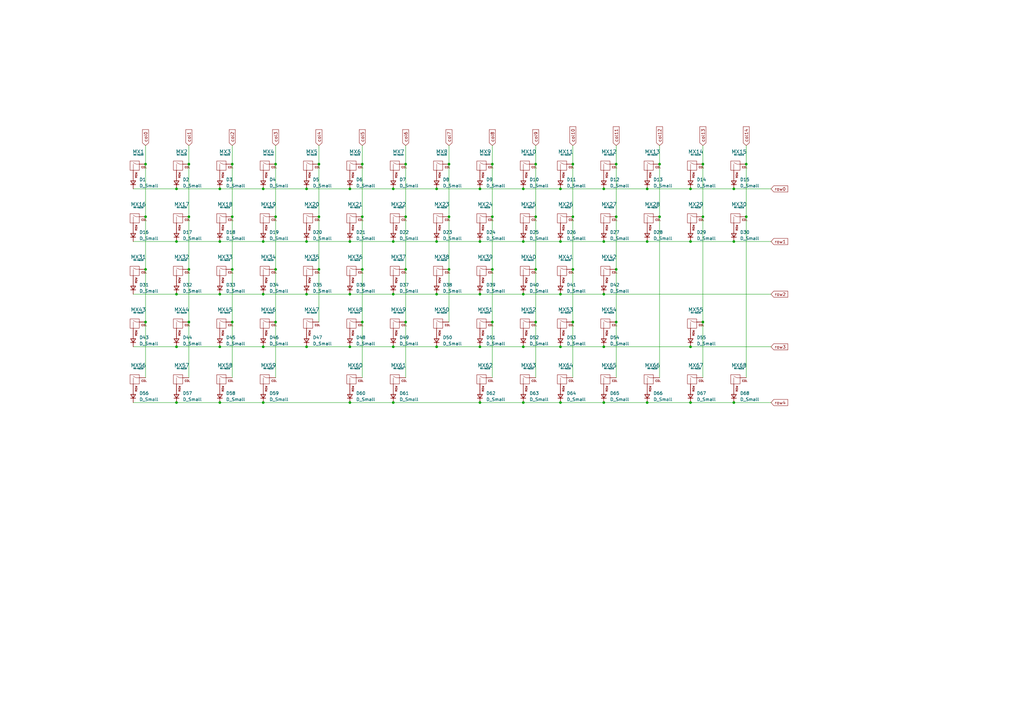
<source format=kicad_sch>
(kicad_sch (version 20230121) (generator eeschema)
  (paper "A3")
  (lib_symbols
    (symbol "Device:D_Small" (pin_numbers hide) (pin_names (offset 0.254) hide)
      (property "Reference" "D" (at -1.27 2.032 0))
      (property "Value" "D_Small" (at -3.81 -2.032 0))
      (symbol "D_Small_0_1"
        (polyline (pts (xy -0.762 -1.016) (xy -0.762 1.016)) (stroke (width 0.254)))
        (polyline (pts (xy -0.762 0) (xy 0.762 0)))
        (polyline (pts (xy 0.762 -1.016) (xy -0.762 0) (xy 0.762 1.016) (xy 0.762 -1.016)) (stroke (width 0.254)))
      )
      (symbol "D_Small_1_1"
        (pin passive line (at -2.54 0 0) (length 1.778) (name "K") (number "1"))
        (pin passive line (at 2.54 0 180) (length 1.778) (name "A") (number "2"))
      )
    )
    (symbol "cipulot_parts:MX-NoLED" (pin_names (offset 1.016))
      (property "Reference" "MX" (at -0.635 3.81 0))
      (property "Value" "MX-NoLED" (at -0.635 1.27 0))
      (symbol "MX-NoLED_0_0"
        (rectangle (start -2.54 2.54) (end 1.27 -1.27))
        (polyline (pts (xy -1.27 -1.27) (xy -1.27 1.27)) (stroke (width 0.127)))
        (polyline (pts (xy 1.27 1.27) (xy 0 1.27) (xy -1.27 1.905)) (stroke (width 0.127)))
        (text "COL" (at 3.175 0 0) (effects (font (size 0.762 0.762))))
        (text "ROW" (at 0 -1.905 900) (effects (font (size 0.762 0.762)) (justify right)))
      )
      (symbol "MX-NoLED_1_1"
        (pin passive line (at 3.81 1.27 180) (length 2.54) (name "COL") (number "1"))
        (pin passive line (at -1.27 -3.81 90) (length 2.54) (name "ROW") (number "2"))
      )
    )
  )
  (junction (at 166.37 132.08))
  (junction (at 234.95 67.31))
  (junction (at 72.39 165.1))
  (junction (at 130.81 67.31))
  (junction (at 179.07 77.47))
  (junction (at 113.03 88.9))
  (junction (at 265.43 99.06))
  (junction (at 196.85 77.47))
  (junction (at 300.99 165.1))
  (junction (at 125.73 142.24))
  (junction (at 196.85 99.06))
  (junction (at 166.37 88.9))
  (junction (at 148.59 67.31))
  (junction (at 184.15 67.31))
  (junction (at 196.85 165.1))
  (junction (at 247.65 165.1))
  (junction (at 214.63 142.24))
  (junction (at 179.07 99.06))
  (junction (at 95.25 110.49))
  (junction (at 214.63 165.1))
  (junction (at 270.51 88.9))
  (junction (at 300.99 99.06))
  (junction (at 161.29 77.47))
  (junction (at 161.29 120.65))
  (junction (at 125.73 120.65))
  (junction (at 196.85 142.24))
  (junction (at 161.29 142.24))
  (junction (at 107.95 99.06))
  (junction (at 143.51 165.1))
  (junction (at 130.81 110.49))
  (junction (at 59.69 67.31))
  (junction (at 113.03 110.49))
  (junction (at 234.95 88.9))
  (junction (at 143.51 120.65))
  (junction (at 143.51 77.47))
  (junction (at 95.25 132.08))
  (junction (at 283.21 142.24))
  (junction (at 143.51 142.24))
  (junction (at 214.63 99.06))
  (junction (at 148.59 110.49))
  (junction (at 166.37 67.31))
  (junction (at 90.17 99.06))
  (junction (at 283.21 99.06))
  (junction (at 219.71 88.9))
  (junction (at 95.25 67.31))
  (junction (at 229.87 142.24))
  (junction (at 196.85 120.65))
  (junction (at 107.95 142.24))
  (junction (at 148.59 88.9))
  (junction (at 184.15 88.9))
  (junction (at 229.87 99.06))
  (junction (at 229.87 120.65))
  (junction (at 161.29 165.1))
  (junction (at 234.95 110.49))
  (junction (at 252.73 67.31))
  (junction (at 283.21 165.1))
  (junction (at 72.39 142.24))
  (junction (at 219.71 110.49))
  (junction (at 77.47 67.31))
  (junction (at 59.69 88.9))
  (junction (at 247.65 142.24))
  (junction (at 265.43 77.47))
  (junction (at 214.63 120.65))
  (junction (at 247.65 77.47))
  (junction (at 113.03 132.08))
  (junction (at 201.93 88.9))
  (junction (at 247.65 120.65))
  (junction (at 90.17 77.47))
  (junction (at 148.59 132.08))
  (junction (at 219.71 132.08))
  (junction (at 201.93 132.08))
  (junction (at 59.69 110.49))
  (junction (at 283.21 77.47))
  (junction (at 201.93 67.31))
  (junction (at 288.29 67.31))
  (junction (at 179.07 120.65))
  (junction (at 201.93 110.49))
  (junction (at 72.39 99.06))
  (junction (at 130.81 88.9))
  (junction (at 300.99 77.47))
  (junction (at 72.39 120.65))
  (junction (at 306.07 88.9))
  (junction (at 229.87 165.1))
  (junction (at 77.47 110.49))
  (junction (at 59.69 132.08))
  (junction (at 166.37 110.49))
  (junction (at 77.47 132.08))
  (junction (at 77.47 88.9))
  (junction (at 107.95 165.1))
  (junction (at 288.29 132.08))
  (junction (at 95.25 88.9))
  (junction (at 270.51 67.31))
  (junction (at 107.95 120.65))
  (junction (at 288.29 88.9))
  (junction (at 179.07 142.24))
  (junction (at 252.73 132.08))
  (junction (at 90.17 120.65))
  (junction (at 90.17 165.1))
  (junction (at 113.03 67.31))
  (junction (at 252.73 88.9))
  (junction (at 184.15 110.49))
  (junction (at 214.63 77.47))
  (junction (at 219.71 67.31))
  (junction (at 125.73 99.06))
  (junction (at 143.51 99.06))
  (junction (at 107.95 77.47))
  (junction (at 306.07 67.31))
  (junction (at 125.73 77.47))
  (junction (at 234.95 132.08))
  (junction (at 90.17 142.24))
  (junction (at 252.73 110.49))
  (junction (at 265.43 165.1))
  (junction (at 247.65 99.06))
  (junction (at 161.29 99.06))
  (junction (at 72.39 77.47))
  (junction (at 229.87 77.47))
  (wire (pts (xy 229.87 165.1) (xy 214.63 165.1)))
  (wire (pts (xy 130.81 67.31) (xy 130.81 88.9)))
  (wire (pts (xy 201.93 67.31) (xy 201.93 88.9)))
  (wire (pts (xy 229.87 120.65) (xy 247.65 120.65)))
  (wire (pts (xy 316.23 165.1) (xy 300.99 165.1)))
  (wire (pts (xy 300.99 77.47) (xy 316.23 77.47)))
  (wire (pts (xy 201.93 88.9) (xy 201.93 110.49)))
  (wire (pts (xy 166.37 88.9) (xy 166.37 110.49)))
  (wire (pts (xy 270.51 59.69) (xy 270.51 67.31)))
  (wire (pts (xy 90.17 99.06) (xy 72.39 99.06)))
  (wire (pts (xy 143.51 120.65) (xy 161.29 120.65)))
  (wire (pts (xy 234.95 59.69) (xy 234.95 67.31)))
  (wire (pts (xy 148.59 110.49) (xy 148.59 132.08)))
  (wire (pts (xy 306.07 59.69) (xy 306.07 67.31)))
  (wire (pts (xy 179.07 99.06) (xy 161.29 99.06)))
  (wire (pts (xy 270.51 67.31) (xy 270.51 88.9)))
  (wire (pts (xy 234.95 132.08) (xy 234.95 154.94)))
  (wire (pts (xy 214.63 77.47) (xy 229.87 77.47)))
  (wire (pts (xy 130.81 110.49) (xy 130.81 132.08)))
  (wire (pts (xy 59.69 88.9) (xy 59.69 110.49)))
  (wire (pts (xy 179.07 120.65) (xy 196.85 120.65)))
  (wire (pts (xy 166.37 67.31) (xy 166.37 88.9)))
  (wire (pts (xy 219.71 59.69) (xy 219.71 67.31)))
  (wire (pts (xy 77.47 67.31) (xy 77.47 88.9)))
  (wire (pts (xy 252.73 67.31) (xy 252.73 88.9)))
  (wire (pts (xy 130.81 88.9) (xy 130.81 110.49)))
  (wire (pts (xy 306.07 88.9) (xy 306.07 154.94)))
  (wire (pts (xy 59.69 59.69) (xy 59.69 67.31)))
  (wire (pts (xy 219.71 110.49) (xy 219.71 132.08)))
  (wire (pts (xy 234.95 110.49) (xy 234.95 132.08)))
  (wire (pts (xy 77.47 88.9) (xy 77.47 110.49)))
  (wire (pts (xy 288.29 59.69) (xy 288.29 67.31)))
  (wire (pts (xy 166.37 59.69) (xy 166.37 67.31)))
  (wire (pts (xy 166.37 110.49) (xy 166.37 132.08)))
  (wire (pts (xy 148.59 67.31) (xy 148.59 88.9)))
  (wire (pts (xy 247.65 165.1) (xy 229.87 165.1)))
  (wire (pts (xy 229.87 77.47) (xy 247.65 77.47)))
  (wire (pts (xy 161.29 165.1) (xy 196.85 165.1)))
  (wire (pts (xy 113.03 59.69) (xy 113.03 67.31)))
  (wire (pts (xy 196.85 77.47) (xy 214.63 77.47)))
  (wire (pts (xy 247.65 142.24) (xy 229.87 142.24)))
  (wire (pts (xy 90.17 120.65) (xy 107.95 120.65)))
  (wire (pts (xy 107.95 99.06) (xy 90.17 99.06)))
  (wire (pts (xy 113.03 88.9) (xy 113.03 110.49)))
  (wire (pts (xy 214.63 165.1) (xy 196.85 165.1)))
  (wire (pts (xy 107.95 142.24) (xy 90.17 142.24)))
  (wire (pts (xy 247.65 120.65) (xy 316.23 120.65)))
  (wire (pts (xy 283.21 77.47) (xy 300.99 77.47)))
  (wire (pts (xy 113.03 67.31) (xy 113.03 88.9)))
  (wire (pts (xy 125.73 77.47) (xy 143.51 77.47)))
  (wire (pts (xy 77.47 59.69) (xy 77.47 67.31)))
  (wire (pts (xy 107.95 165.1) (xy 143.51 165.1)))
  (wire (pts (xy 252.73 110.49) (xy 252.73 132.08)))
  (wire (pts (xy 95.25 110.49) (xy 95.25 132.08)))
  (wire (pts (xy 72.39 77.47) (xy 90.17 77.47)))
  (wire (pts (xy 95.25 132.08) (xy 95.25 154.94)))
  (wire (pts (xy 184.15 67.31) (xy 184.15 88.9)))
  (wire (pts (xy 72.39 120.65) (xy 90.17 120.65)))
  (wire (pts (xy 265.43 77.47) (xy 283.21 77.47)))
  (wire (pts (xy 196.85 142.24) (xy 179.07 142.24)))
  (wire (pts (xy 219.71 132.08) (xy 219.71 154.94)))
  (wire (pts (xy 95.25 67.31) (xy 95.25 88.9)))
  (wire (pts (xy 161.29 77.47) (xy 179.07 77.47)))
  (wire (pts (xy 196.85 120.65) (xy 214.63 120.65)))
  (wire (pts (xy 265.43 99.06) (xy 247.65 99.06)))
  (wire (pts (xy 252.73 132.08) (xy 252.73 154.94)))
  (wire (pts (xy 107.95 120.65) (xy 125.73 120.65)))
  (wire (pts (xy 143.51 77.47) (xy 161.29 77.47)))
  (wire (pts (xy 234.95 88.9) (xy 234.95 110.49)))
  (wire (pts (xy 306.07 67.31) (xy 306.07 88.9)))
  (wire (pts (xy 288.29 88.9) (xy 288.29 132.08)))
  (wire (pts (xy 179.07 77.47) (xy 196.85 77.47)))
  (wire (pts (xy 130.81 59.69) (xy 130.81 67.31)))
  (wire (pts (xy 201.93 110.49) (xy 201.93 132.08)))
  (wire (pts (xy 148.59 88.9) (xy 148.59 110.49)))
  (wire (pts (xy 59.69 110.49) (xy 59.69 132.08)))
  (wire (pts (xy 229.87 142.24) (xy 214.63 142.24)))
  (wire (pts (xy 113.03 132.08) (xy 113.03 154.94)))
  (wire (pts (xy 184.15 110.49) (xy 184.15 132.08)))
  (wire (pts (xy 214.63 120.65) (xy 229.87 120.65)))
  (wire (pts (xy 247.65 99.06) (xy 229.87 99.06)))
  (wire (pts (xy 143.51 99.06) (xy 125.73 99.06)))
  (wire (pts (xy 283.21 99.06) (xy 265.43 99.06)))
  (wire (pts (xy 90.17 142.24) (xy 72.39 142.24)))
  (wire (pts (xy 247.65 142.24) (xy 283.21 142.24)))
  (wire (pts (xy 214.63 99.06) (xy 196.85 99.06)))
  (wire (pts (xy 54.61 120.65) (xy 72.39 120.65)))
  (wire (pts (xy 179.07 142.24) (xy 161.29 142.24)))
  (wire (pts (xy 161.29 142.24) (xy 143.51 142.24)))
  (wire (pts (xy 229.87 99.06) (xy 214.63 99.06)))
  (wire (pts (xy 247.65 77.47) (xy 265.43 77.47)))
  (wire (pts (xy 219.71 88.9) (xy 219.71 110.49)))
  (wire (pts (xy 316.23 99.06) (xy 300.99 99.06)))
  (wire (pts (xy 166.37 132.08) (xy 166.37 154.94)))
  (wire (pts (xy 125.73 99.06) (xy 107.95 99.06)))
  (wire (pts (xy 184.15 59.69) (xy 184.15 67.31)))
  (wire (pts (xy 252.73 59.69) (xy 252.73 67.31)))
  (wire (pts (xy 90.17 165.1) (xy 72.39 165.1)))
  (wire (pts (xy 143.51 142.24) (xy 125.73 142.24)))
  (wire (pts (xy 107.95 165.1) (xy 90.17 165.1)))
  (wire (pts (xy 72.39 142.24) (xy 54.61 142.24)))
  (wire (pts (xy 184.15 88.9) (xy 184.15 110.49)))
  (wire (pts (xy 107.95 77.47) (xy 125.73 77.47)))
  (wire (pts (xy 270.51 88.9) (xy 270.51 154.94)))
  (wire (pts (xy 59.69 132.08) (xy 59.69 154.94)))
  (wire (pts (xy 214.63 142.24) (xy 196.85 142.24)))
  (wire (pts (xy 234.95 67.31) (xy 234.95 88.9)))
  (wire (pts (xy 95.25 88.9) (xy 95.25 110.49)))
  (wire (pts (xy 196.85 99.06) (xy 179.07 99.06)))
  (wire (pts (xy 54.61 77.47) (xy 72.39 77.47)))
  (wire (pts (xy 125.73 120.65) (xy 143.51 120.65)))
  (wire (pts (xy 77.47 110.49) (xy 77.47 132.08)))
  (wire (pts (xy 283.21 142.24) (xy 316.23 142.24)))
  (wire (pts (xy 77.47 132.08) (xy 77.47 154.94)))
  (wire (pts (xy 148.59 59.69) (xy 148.59 67.31)))
  (wire (pts (xy 95.25 59.69) (xy 95.25 67.31)))
  (wire (pts (xy 252.73 88.9) (xy 252.73 110.49)))
  (wire (pts (xy 283.21 165.1) (xy 265.43 165.1)))
  (wire (pts (xy 161.29 165.1) (xy 143.51 165.1)))
  (wire (pts (xy 72.39 165.1) (xy 54.61 165.1)))
  (wire (pts (xy 72.39 99.06) (xy 54.61 99.06)))
  (wire (pts (xy 300.99 165.1) (xy 283.21 165.1)))
  (wire (pts (xy 59.69 67.31) (xy 59.69 88.9)))
  (wire (pts (xy 113.03 110.49) (xy 113.03 132.08)))
  (wire (pts (xy 288.29 67.31) (xy 288.29 88.9)))
  (wire (pts (xy 288.29 132.08) (xy 288.29 154.94)))
  (wire (pts (xy 161.29 99.06) (xy 143.51 99.06)))
  (wire (pts (xy 265.43 165.1) (xy 247.65 165.1)))
  (wire (pts (xy 90.17 77.47) (xy 107.95 77.47)))
  (wire (pts (xy 125.73 142.24) (xy 107.95 142.24)))
  (wire (pts (xy 201.93 132.08) (xy 201.93 154.94)))
  (wire (pts (xy 219.71 67.31) (xy 219.71 88.9)))
  (wire (pts (xy 201.93 59.69) (xy 201.93 67.31)))
  (wire (pts (xy 148.59 132.08) (xy 148.59 154.94)))
  (wire (pts (xy 300.99 99.06) (xy 283.21 99.06)))
  (wire (pts (xy 161.29 120.65) (xy 179.07 120.65)))
  (global_label "col0" (shape input) (at 59.69 59.69 90) (property "Intersheetrefs" "${INTERSHEET_REFS}" (effects hide)))
  (global_label "col9" (shape input) (at 219.71 59.69 90) (property "Intersheetrefs" "${INTERSHEET_REFS}" (effects hide)))
  (global_label "row0" (shape input) (at 316.23 77.47 0) (property "Intersheetrefs" "${INTERSHEET_REFS}" (effects hide)))
  (global_label "col3" (shape input) (at 113.03 59.69 90) (property "Intersheetrefs" "${INTERSHEET_REFS}" (effects hide)))
  (global_label "col6" (shape input) (at 166.37 59.69 90) (property "Intersheetrefs" "${INTERSHEET_REFS}" (effects hide)))
  (global_label "col10" (shape input) (at 234.95 59.69 90) (property "Intersheetrefs" "${INTERSHEET_REFS}" (effects hide)))
  (global_label "col13" (shape input) (at 288.29 59.69 90) (property "Intersheetrefs" "${INTERSHEET_REFS}" (effects hide)))
  (global_label "col7" (shape input) (at 184.15 59.69 90) (property "Intersheetrefs" "${INTERSHEET_REFS}" (effects hide)))
  (global_label "row3" (shape input) (at 316.23 142.24 0) (property "Intersheetrefs" "${INTERSHEET_REFS}" (effects hide)))
  (global_label "col4" (shape input) (at 130.81 59.69 90) (property "Intersheetrefs" "${INTERSHEET_REFS}" (effects hide)))
  (global_label "col11" (shape input) (at 252.73 59.69 90) (property "Intersheetrefs" "${INTERSHEET_REFS}" (effects hide)))
  (global_label "col12" (shape input) (at 270.51 59.69 90) (property "Intersheetrefs" "${INTERSHEET_REFS}" (effects hide)))
  (global_label "col14" (shape input) (at 306.07 59.69 90) (property "Intersheetrefs" "${INTERSHEET_REFS}" (effects hide)))
  (global_label "row2" (shape input) (at 316.23 120.65 0) (property "Intersheetrefs" "${INTERSHEET_REFS}" (effects hide)))
  (global_label "row1" (shape input) (at 316.23 99.06 0) (property "Intersheetrefs" "${INTERSHEET_REFS}" (effects hide)))
  (global_label "row4" (shape input) (at 316.23 165.1 0) (property "Intersheetrefs" "${INTERSHEET_REFS}" (effects hide)))
  (global_label "col5" (shape input) (at 148.59 59.69 90) (property "Intersheetrefs" "${INTERSHEET_REFS}" (effects hide)))
  (global_label "col1" (shape input) (at 77.47 59.69 90) (property "Intersheetrefs" "${INTERSHEET_REFS}" (effects hide)))
  (global_label "col2" (shape input) (at 95.25 59.69 90) (property "Intersheetrefs" "${INTERSHEET_REFS}" (effects hide)))
  (global_label "col8" (shape input) (at 201.93 59.69 90) (property "Intersheetrefs" "${INTERSHEET_REFS}" (effects hide)))
  (symbol (lib_id "Device:D_Small") (at 161.29 139.7 90) (unit 1)
    (property "Reference" "D49" (at 163.83 138.4299 90) (effects (justify right)))
    (property "Value" "D_Small" (at 163.83 140.9699 90) (effects (justify right)))
    (property "Footprint" "Diode_SMD:D_SOD-123" (effects hide))
  )
  (symbol (lib_id "Device:D_Small") (at 214.63 74.93 90) (unit 1)
    (property "Reference" "D10" (at 217.17 73.6599 90) (effects (justify right)))
    (property "Value" "D_Small" (at 217.17 76.1999 90) (effects (justify right)))
    (property "Footprint" "Diode_SMD:D_SOD-123" (effects hide))
  )
  (symbol (lib_id "Device:D_Small") (at 265.43 74.93 90) (unit 1)
    (property "Reference" "D13" (at 267.97 73.6599 90) (effects (justify right)))
    (property "Value" "D_Small" (at 267.97 76.1999 90) (effects (justify right)))
    (property "Footprint" "Diode_SMD:D_SOD-123" (effects hide))
  )
  (symbol (lib_id "cipulot_parts:MX-NoLED") (at 162.56 133.35 0) (unit 1)
    (property "Reference" "MX49" (at 163.4456 127 0) (effects (font (size 1.524 1.524))))
    (property "Value" "MX-NoLED" (at 163.4456 128.27 0) (effects (font (size 0.508 0.508))))
    (property "Footprint" "MX_Only:MXOnly-1U-NoLED" (effects hide))
  )
  (symbol (lib_id "cipulot_parts:MX-NoLED") (at 144.78 133.35 0) (unit 1)
    (property "Reference" "MX48" (at 145.6656 127 0) (effects (font (size 1.524 1.524))))
    (property "Value" "MX-NoLED" (at 145.6656 128.27 0) (effects (font (size 0.508 0.508))))
    (property "Footprint" "MX_Only:MXOnly-1U-NoLED" (effects hide))
  )
  (symbol (lib_id "cipulot_parts:MX-NoLED") (at 215.9 111.76 0) (unit 1)
    (property "Reference" "MX40" (at 216.7856 105.41 0) (effects (font (size 1.524 1.524))))
    (property "Value" "MX-NoLED" (at 216.7856 106.68 0) (effects (font (size 0.508 0.508))))
    (property "Footprint" "MX_Only:MXOnly-1U-NoLED" (effects hide))
  )
  (symbol (lib_id "Device:D_Small") (at 196.85 96.52 90) (unit 1)
    (property "Reference" "D24" (at 199.39 95.2499 90) (effects (justify right)))
    (property "Value" "D_Small" (at 199.39 97.7899 90) (effects (justify right)))
    (property "Footprint" "Diode_SMD:D_SOD-123" (effects hide))
  )
  (symbol (lib_id "Device:D_Small") (at 143.51 74.93 90) (unit 1)
    (property "Reference" "D6" (at 146.05 73.6599 90) (effects (justify right)))
    (property "Value" "D_Small" (at 146.05 76.1999 90) (effects (justify right)))
    (property "Footprint" "Diode_SMD:D_SOD-123" (effects hide))
  )
  (symbol (lib_id "cipulot_parts:MX-NoLED") (at 55.88 133.35 0) (unit 1)
    (property "Reference" "MX43" (at 56.7656 127 0) (effects (font (size 1.524 1.524))))
    (property "Value" "MX-NoLED" (at 56.7656 128.27 0) (effects (font (size 0.508 0.508))))
    (property "Footprint" "MX_Only:MXOnly-1.75U-NoLED" (effects hide))
  )
  (symbol (lib_id "cipulot_parts:MX-NoLED") (at 302.26 90.17 0) (unit 1)
    (property "Reference" "MX30" (at 303.1456 83.82 0) (effects (font (size 1.524 1.524))))
    (property "Value" "MX-NoLED" (at 303.1456 85.09 0) (effects (font (size 0.508 0.508))))
    (property "Footprint" "MX_Only:MXOnly-1U-NoLED" (effects hide))
  )
  (symbol (lib_id "Device:D_Small") (at 54.61 118.11 90) (unit 1)
    (property "Reference" "D31" (at 57.15 116.8399 90) (effects (justify right)))
    (property "Value" "D_Small" (at 57.15 119.3799 90) (effects (justify right)))
    (property "Footprint" "Diode_SMD:D_SOD-123" (effects hide))
  )
  (symbol (lib_id "cipulot_parts:MX-NoLED") (at 215.9 68.58 0) (unit 1)
    (property "Reference" "MX10" (at 216.7856 62.23 0) (effects (font (size 1.524 1.524))))
    (property "Value" "MX-NoLED" (at 216.7856 63.5 0) (effects (font (size 0.508 0.508))))
    (property "Footprint" "MX_Only:MXOnly-1U-NoLED" (effects hide))
  )
  (symbol (lib_id "Device:D_Small") (at 125.73 96.52 90) (unit 1)
    (property "Reference" "D20" (at 128.27 95.2499 90) (effects (justify right)))
    (property "Value" "D_Small" (at 128.27 97.7899 90) (effects (justify right)))
    (property "Footprint" "Diode_SMD:D_SOD-123" (effects hide))
  )
  (symbol (lib_id "cipulot_parts:MX-NoLED") (at 198.12 111.76 0) (unit 1)
    (property "Reference" "MX39" (at 199.0056 105.41 0) (effects (font (size 1.524 1.524))))
    (property "Value" "MX-NoLED" (at 199.0056 106.68 0) (effects (font (size 0.508 0.508))))
    (property "Footprint" "MX_Only:MXOnly-1U-NoLED" (effects hide))
  )
  (symbol (lib_id "Device:D_Small") (at 143.51 96.52 90) (unit 1)
    (property "Reference" "D21" (at 146.05 95.2499 90) (effects (justify right)))
    (property "Value" "D_Small" (at 146.05 97.7899 90) (effects (justify right)))
    (property "Footprint" "Diode_SMD:D_SOD-123" (effects hide))
  )
  (symbol (lib_id "cipulot_parts:MX-NoLED") (at 231.14 111.76 0) (unit 1)
    (property "Reference" "MX41" (at 232.0256 105.41 0) (effects (font (size 1.524 1.524))))
    (property "Value" "MX-NoLED" (at 232.0256 106.68 0) (effects (font (size 0.508 0.508))))
    (property "Footprint" "MX_Only:MXOnly-1U-NoLED" (effects hide))
  )
  (symbol (lib_id "cipulot_parts:MX-NoLED") (at 91.44 111.76 0) (unit 1)
    (property "Reference" "MX33" (at 92.3256 105.41 0) (effects (font (size 1.524 1.524))))
    (property "Value" "MX-NoLED" (at 92.3256 106.68 0) (effects (font (size 0.508 0.508))))
    (property "Footprint" "MX_Only:MXOnly-1U-NoLED" (effects hide))
  )
  (symbol (lib_id "Device:D_Small") (at 283.21 96.52 90) (unit 1)
    (property "Reference" "D29" (at 285.75 95.2499 90) (effects (justify right)))
    (property "Value" "D_Small" (at 285.75 97.7899 90) (effects (justify right)))
    (property "Footprint" "Diode_SMD:D_SOD-123" (effects hide))
  )
  (symbol (lib_id "Device:D_Small") (at 125.73 118.11 90) (unit 1)
    (property "Reference" "D35" (at 128.27 116.8399 90) (effects (justify right)))
    (property "Value" "D_Small" (at 128.27 119.3799 90) (effects (justify right)))
    (property "Footprint" "Diode_SMD:D_SOD-123" (effects hide))
  )
  (symbol (lib_id "Device:D_Small") (at 265.43 162.56 90) (unit 1)
    (property "Reference" "D66" (at 267.97 161.2899 90) (effects (justify right)))
    (property "Value" "D_Small" (at 267.97 163.8299 90) (effects (justify right)))
    (property "Footprint" "Diode_SMD:D_SOD-123" (effects hide))
  )
  (symbol (lib_id "cipulot_parts:MX-NoLED") (at 73.66 68.58 0) (unit 1)
    (property "Reference" "MX2" (at 74.5456 62.23 0) (effects (font (size 1.524 1.524))))
    (property "Value" "MX-NoLED" (at 74.5456 63.5 0) (effects (font (size 0.508 0.508))))
    (property "Footprint" "MX_Only:MXOnly-1U-NoLED" (effects hide))
  )
  (symbol (lib_id "cipulot_parts:MX-NoLED") (at 162.56 111.76 0) (unit 1)
    (property "Reference" "MX37" (at 163.4456 105.41 0) (effects (font (size 1.524 1.524))))
    (property "Value" "MX-NoLED" (at 163.4456 106.68 0) (effects (font (size 0.508 0.508))))
    (property "Footprint" "MX_Only:MXOnly-1U-NoLED" (effects hide))
  )
  (symbol (lib_id "cipulot_parts:MX-NoLED") (at 215.9 90.17 0) (unit 1)
    (property "Reference" "MX25" (at 216.7856 83.82 0) (effects (font (size 1.524 1.524))))
    (property "Value" "MX-NoLED" (at 216.7856 85.09 0) (effects (font (size 0.508 0.508))))
    (property "Footprint" "MX_Only:MXOnly-1U-NoLED" (effects hide))
  )
  (symbol (lib_id "cipulot_parts:MX-NoLED") (at 248.92 90.17 0) (unit 1)
    (property "Reference" "MX27" (at 249.8056 83.82 0) (effects (font (size 1.524 1.524))))
    (property "Value" "MX-NoLED" (at 249.8056 85.09 0) (effects (font (size 0.508 0.508))))
    (property "Footprint" "MX_Only:MXOnly-1.75U-NoLED" (effects hide))
  )
  (symbol (lib_id "cipulot_parts:MX-NoLED") (at 284.48 156.21 0) (unit 1)
    (property "Reference" "MX67" (at 285.3656 149.86 0) (effects (font (size 1.524 1.524))))
    (property "Value" "MX-NoLED" (at 285.3656 151.13 0) (effects (font (size 0.508 0.508))))
    (property "Footprint" "MX_Only:MXOnly-1U-NoLED" (effects hide))
  )
  (symbol (lib_id "Device:D_Small") (at 214.63 162.56 90) (unit 1)
    (property "Reference" "D63" (at 217.17 161.2899 90) (effects (justify right)))
    (property "Value" "D_Small" (at 217.17 163.8299 90) (effects (justify right)))
    (property "Footprint" "Diode_SMD:D_SOD-123" (effects hide))
  )
  (symbol (lib_id "cipulot_parts:MX-NoLED") (at 180.34 68.58 0) (unit 1)
    (property "Reference" "MX8" (at 181.2256 62.23 0) (effects (font (size 1.524 1.524))))
    (property "Value" "MX-NoLED" (at 181.2256 63.5 0) (effects (font (size 0.508 0.508))))
    (property "Footprint" "MX_Only:MXOnly-1U-NoLED" (effects hide))
  )
  (symbol (lib_id "Device:D_Small") (at 229.87 96.52 90) (unit 1)
    (property "Reference" "D26" (at 232.41 95.2499 90) (effects (justify right)))
    (property "Value" "D_Small" (at 232.41 97.7899 90) (effects (justify right)))
    (property "Footprint" "Diode_SMD:D_SOD-123" (effects hide))
  )
  (symbol (lib_id "Device:D_Small") (at 196.85 118.11 90) (unit 1)
    (property "Reference" "D39" (at 199.39 116.8399 90) (effects (justify right)))
    (property "Value" "D_Small" (at 199.39 119.3799 90) (effects (justify right)))
    (property "Footprint" "Diode_SMD:D_SOD-123" (effects hide))
  )
  (symbol (lib_id "Device:D_Small") (at 125.73 74.93 90) (unit 1)
    (property "Reference" "D5" (at 128.27 73.6599 90) (effects (justify right)))
    (property "Value" "D_Small" (at 128.27 76.1999 90) (effects (justify right)))
    (property "Footprint" "Diode_SMD:D_SOD-123" (effects hide))
  )
  (symbol (lib_id "cipulot_parts:MX-NoLED") (at 55.88 68.58 0) (unit 1)
    (property "Reference" "MX1" (at 56.7656 62.23 0) (effects (font (size 1.524 1.524))))
    (property "Value" "MX-NoLED" (at 56.7656 63.5 0) (effects (font (size 0.508 0.508))))
    (property "Footprint" "MX_Only:MXOnly-1U-NoLED" (effects hide))
  )
  (symbol (lib_id "Device:D_Small") (at 229.87 74.93 90) (unit 1)
    (property "Reference" "D11" (at 232.41 73.6599 90) (effects (justify right)))
    (property "Value" "D_Small" (at 232.41 76.1999 90) (effects (justify right)))
    (property "Footprint" "Diode_SMD:D_SOD-123" (effects hide))
  )
  (symbol (lib_id "Device:D_Small") (at 107.95 162.56 90) (unit 1)
    (property "Reference" "D59" (at 110.49 161.2899 90) (effects (justify right)))
    (property "Value" "D_Small" (at 110.49 163.8299 90) (effects (justify right)))
    (property "Footprint" "Diode_SMD:D_SOD-123" (effects hide))
  )
  (symbol (lib_id "Device:D_Small") (at 247.65 139.7 90) (unit 1)
    (property "Reference" "D54" (at 250.19 138.4299 90) (effects (justify right)))
    (property "Value" "D_Small" (at 250.19 140.9699 90) (effects (justify right)))
    (property "Footprint" "Diode_SMD:D_SOD-123" (effects hide))
  )
  (symbol (lib_id "cipulot_parts:MX-NoLED") (at 127 111.76 0) (unit 1)
    (property "Reference" "MX35" (at 127.8856 105.41 0) (effects (font (size 1.524 1.524))))
    (property "Value" "MX-NoLED" (at 127.8856 106.68 0) (effects (font (size 0.508 0.508))))
    (property "Footprint" "MX_Only:MXOnly-1U-NoLED" (effects hide))
  )
  (symbol (lib_id "cipulot_parts:MX-NoLED") (at 248.92 133.35 0) (unit 1)
    (property "Reference" "MX54" (at 249.8056 127 0) (effects (font (size 1.524 1.524))))
    (property "Value" "MX-NoLED" (at 249.8056 128.27 0) (effects (font (size 0.508 0.508))))
    (property "Footprint" "MX_Only:MXOnly-1U-NoLED" (effects hide))
  )
  (symbol (lib_id "Device:D_Small") (at 179.07 96.52 90) (unit 1)
    (property "Reference" "D23" (at 181.61 95.2499 90) (effects (justify right)))
    (property "Value" "D_Small" (at 181.61 97.7899 90) (effects (justify right)))
    (property "Footprint" "Diode_SMD:D_SOD-123" (effects hide))
  )
  (symbol (lib_id "cipulot_parts:MX-NoLED") (at 162.56 68.58 0) (unit 1)
    (property "Reference" "MX7" (at 163.4456 62.23 0) (effects (font (size 1.524 1.524))))
    (property "Value" "MX-NoLED" (at 163.4456 63.5 0) (effects (font (size 0.508 0.508))))
    (property "Footprint" "MX_Only:MXOnly-1U-NoLED" (effects hide))
  )
  (symbol (lib_id "Device:D_Small") (at 247.65 118.11 90) (unit 1)
    (property "Reference" "D42" (at 250.19 116.8399 90) (effects (justify right)))
    (property "Value" "D_Small" (at 250.19 119.3799 90) (effects (justify right)))
    (property "Footprint" "Diode_SMD:D_SOD-123" (effects hide))
  )
  (symbol (lib_id "cipulot_parts:MX-NoLED") (at 198.12 133.35 0) (unit 1)
    (property "Reference" "MX51" (at 199.0056 127 0) (effects (font (size 1.524 1.524))))
    (property "Value" "MX-NoLED" (at 199.0056 128.27 0) (effects (font (size 0.508 0.508))))
    (property "Footprint" "MX_Only:MXOnly-1U-NoLED" (effects hide))
  )
  (symbol (lib_id "cipulot_parts:MX-NoLED") (at 55.88 111.76 0) (unit 1)
    (property "Reference" "MX31" (at 56.7656 105.41 0) (effects (font (size 1.524 1.524))))
    (property "Value" "MX-NoLED" (at 56.7656 106.68 0) (effects (font (size 0.508 0.508))))
    (property "Footprint" "MX_Only:MXOnly-1.25U-NoLED" (effects hide))
  )
  (symbol (lib_id "Device:D_Small") (at 72.39 162.56 90) (unit 1)
    (property "Reference" "D57" (at 74.93 161.2899 90) (effects (justify right)))
    (property "Value" "D_Small" (at 74.93 163.8299 90) (effects (justify right)))
    (property "Footprint" "Diode_SMD:D_SOD-123" (effects hide))
  )
  (symbol (lib_id "Device:D_Small") (at 161.29 74.93 90) (unit 1)
    (property "Reference" "D7" (at 163.83 73.6599 90) (effects (justify right)))
    (property "Value" "D_Small" (at 163.83 76.1999 90) (effects (justify right)))
    (property "Footprint" "Diode_SMD:D_SOD-123" (effects hide))
  )
  (symbol (lib_id "Device:D_Small") (at 125.73 139.7 90) (unit 1)
    (property "Reference" "D47" (at 128.27 138.4299 90) (effects (justify right)))
    (property "Value" "D_Small" (at 128.27 140.9699 90) (effects (justify right)))
    (property "Footprint" "Diode_SMD:D_SOD-123" (effects hide))
  )
  (symbol (lib_id "cipulot_parts:MX-NoLED") (at 180.34 111.76 0) (unit 1)
    (property "Reference" "MX38" (at 181.2256 105.41 0) (effects (font (size 1.524 1.524))))
    (property "Value" "MX-NoLED" (at 181.2256 106.68 0) (effects (font (size 0.508 0.508))))
    (property "Footprint" "MX_Only:MXOnly-1U-NoLED" (effects hide))
  )
  (symbol (lib_id "cipulot_parts:MX-NoLED") (at 109.22 133.35 0) (unit 1)
    (property "Reference" "MX46" (at 110.1056 127 0) (effects (font (size 1.524 1.524))))
    (property "Value" "MX-NoLED" (at 110.1056 128.27 0) (effects (font (size 0.508 0.508))))
    (property "Footprint" "MX_Only:MXOnly-1U-NoLED" (effects hide))
  )
  (symbol (lib_id "Device:D_Small") (at 196.85 139.7 90) (unit 1)
    (property "Reference" "D51" (at 199.39 138.4299 90) (effects (justify right)))
    (property "Value" "D_Small" (at 199.39 140.9699 90) (effects (justify right)))
    (property "Footprint" "Diode_SMD:D_SOD-123" (effects hide))
  )
  (symbol (lib_id "Device:D_Small") (at 196.85 162.56 90) (unit 1)
    (property "Reference" "D62" (at 199.39 161.2899 90) (effects (justify right)))
    (property "Value" "D_Small" (at 199.39 163.8299 90) (effects (justify right)))
    (property "Footprint" "Diode_SMD:D_SOD-123" (effects hide))
  )
  (symbol (lib_id "Device:D_Small") (at 107.95 74.93 90) (unit 1)
    (property "Reference" "D4" (at 110.49 73.6599 90) (effects (justify right)))
    (property "Value" "D_Small" (at 110.49 76.1999 90) (effects (justify right)))
    (property "Footprint" "Diode_SMD:D_SOD-123" (effects hide))
  )
  (symbol (lib_id "Device:D_Small") (at 107.95 139.7 90) (unit 1)
    (property "Reference" "D46" (at 110.49 138.4299 90) (effects (justify right)))
    (property "Value" "D_Small" (at 110.49 140.9699 90) (effects (justify right)))
    (property "Footprint" "Diode_SMD:D_SOD-123" (effects hide))
  )
  (symbol (lib_id "cipulot_parts:MX-NoLED") (at 109.22 156.21 0) (unit 1)
    (property "Reference" "MX59" (at 110.1056 149.86 0) (effects (font (size 1.524 1.524))))
    (property "Value" "MX-NoLED" (at 110.1056 151.13 0) (effects (font (size 0.508 0.508))))
    (property "Footprint" "MX_Only:MXOnly-1U-NoLED" (effects hide))
  )
  (symbol (lib_id "cipulot_parts:MX-NoLED") (at 198.12 90.17 0) (unit 1)
    (property "Reference" "MX24" (at 199.0056 83.82 0) (effects (font (size 1.524 1.524))))
    (property "Value" "MX-NoLED" (at 199.0056 85.09 0) (effects (font (size 0.508 0.508))))
    (property "Footprint" "MX_Only:MXOnly-1U-NoLED" (effects hide))
  )
  (symbol (lib_id "cipulot_parts:MX-NoLED") (at 127 133.35 0) (unit 1)
    (property "Reference" "MX47" (at 127.8856 127 0) (effects (font (size 1.524 1.524))))
    (property "Value" "MX-NoLED" (at 127.8856 128.27 0) (effects (font (size 0.508 0.508))))
    (property "Footprint" "MX_Only:MXOnly-1U-NoLED" (effects hide))
  )
  (symbol (lib_id "cipulot_parts:MX-NoLED") (at 198.12 156.21 0) (unit 1)
    (property "Reference" "MX62" (at 199.0056 149.86 0) (effects (font (size 1.524 1.524))))
    (property "Value" "MX-NoLED" (at 199.0056 151.13 0) (effects (font (size 0.508 0.508))))
    (property "Footprint" "MX_Only:MXOnly-1U-NoLED" (effects hide))
  )
  (symbol (lib_id "cipulot_parts:MX-NoLED") (at 55.88 156.21 0) (unit 1)
    (property "Reference" "MX56" (at 56.7656 149.86 0) (effects (font (size 1.524 1.524))))
    (property "Value" "MX-NoLED" (at 56.7656 151.13 0) (effects (font (size 0.508 0.508))))
    (property "Footprint" "MX_Only:MXOnly-1.25U-NoLED" (effects hide))
  )
  (symbol (lib_id "Device:D_Small") (at 72.39 74.93 90) (unit 1)
    (property "Reference" "D2" (at 74.93 73.6599 90) (effects (justify right)))
    (property "Value" "D_Small" (at 74.93 76.1999 90) (effects (justify right)))
    (property "Footprint" "Diode_SMD:D_SOD-123" (effects hide))
  )
  (symbol (lib_id "cipulot_parts:MX-NoLED") (at 248.92 156.21 0) (unit 1)
    (property "Reference" "MX65" (at 249.8056 149.86 0) (effects (font (size 1.524 1.524))))
    (property "Value" "MX-NoLED" (at 249.8056 151.13 0) (effects (font (size 0.508 0.508))))
    (property "Footprint" "MX_Only:MXOnly-1.25U-NoLED" (effects hide))
  )
  (symbol (lib_id "Device:D_Small") (at 229.87 162.56 90) (unit 1)
    (property "Reference" "D64" (at 232.41 161.2899 90) (effects (justify right)))
    (property "Value" "D_Small" (at 232.41 163.8299 90) (effects (justify right)))
    (property "Footprint" "Diode_SMD:D_SOD-123" (effects hide))
  )
  (symbol (lib_id "Device:D_Small") (at 229.87 118.11 90) (unit 1)
    (property "Reference" "D41" (at 232.41 116.8399 90) (effects (justify right)))
    (property "Value" "D_Small" (at 232.41 119.3799 90) (effects (justify right)))
    (property "Footprint" "Diode_SMD:D_SOD-123" (effects hide))
  )
  (symbol (lib_id "Device:D_Small") (at 54.61 162.56 90) (unit 1)
    (property "Reference" "D56" (at 57.15 161.2899 90) (effects (justify right)))
    (property "Value" "D_Small" (at 57.15 163.8299 90) (effects (justify right)))
    (property "Footprint" "Diode_SMD:D_SOD-123" (effects hide))
  )
  (symbol (lib_id "Device:D_Small") (at 283.21 139.7 90) (unit 1)
    (property "Reference" "D55" (at 285.75 138.4299 90) (effects (justify right)))
    (property "Value" "D_Small" (at 285.75 140.9699 90) (effects (justify right)))
    (property "Footprint" "Diode_SMD:D_SOD-123" (effects hide))
  )
  (symbol (lib_id "Device:D_Small") (at 54.61 139.7 90) (unit 1)
    (property "Reference" "D43" (at 57.15 138.4299 90) (effects (justify right)))
    (property "Value" "D_Small" (at 57.15 140.9699 90) (effects (justify right)))
    (property "Footprint" "Diode_SMD:D_SOD-123" (effects hide))
  )
  (symbol (lib_id "cipulot_parts:MX-NoLED") (at 91.44 156.21 0) (unit 1)
    (property "Reference" "MX58" (at 92.3256 149.86 0) (effects (font (size 1.524 1.524))))
    (property "Value" "MX-NoLED" (at 92.3256 151.13 0) (effects (font (size 0.508 0.508))))
    (property "Footprint" "MX_Only:MXOnly-1U-NoLED" (effects hide))
  )
  (symbol (lib_id "cipulot_parts:MX-NoLED") (at 248.92 111.76 0) (unit 1)
    (property "Reference" "MX42" (at 249.8056 105.41 0) (effects (font (size 1.524 1.524))))
    (property "Value" "MX-NoLED" (at 249.8056 106.68 0) (effects (font (size 0.508 0.508))))
    (property "Footprint" "MX_Only:MXOnly-1.5U-NoLED" (effects hide))
  )
  (symbol (lib_id "cipulot_parts:MX-NoLED") (at 109.22 90.17 0) (unit 1)
    (property "Reference" "MX19" (at 110.1056 83.82 0) (effects (font (size 1.524 1.524))))
    (property "Value" "MX-NoLED" (at 110.1056 85.09 0) (effects (font (size 0.508 0.508))))
    (property "Footprint" "MX_Only:MXOnly-1U-NoLED" (effects hide))
  )
  (symbol (lib_id "Device:D_Small") (at 247.65 162.56 90) (unit 1)
    (property "Reference" "D65" (at 250.19 161.2899 90) (effects (justify right)))
    (property "Value" "D_Small" (at 250.19 163.8299 90) (effects (justify right)))
    (property "Footprint" "Diode_SMD:D_SOD-123" (effects hide))
  )
  (symbol (lib_id "Device:D_Small") (at 90.17 162.56 90) (unit 1)
    (property "Reference" "D58" (at 92.71 161.2899 90) (effects (justify right)))
    (property "Value" "D_Small" (at 92.71 163.8299 90) (effects (justify right)))
    (property "Footprint" "Diode_SMD:D_SOD-123" (effects hide))
  )
  (symbol (lib_id "Device:D_Small") (at 54.61 74.93 90) (unit 1)
    (property "Reference" "D1" (at 57.15 73.6599 90) (effects (justify right)))
    (property "Value" "D_Small" (at 57.15 76.1999 90) (effects (justify right)))
    (property "Footprint" "Diode_SMD:D_SOD-123" (effects hide))
  )
  (symbol (lib_id "cipulot_parts:MX-NoLED") (at 73.66 156.21 0) (unit 1)
    (property "Reference" "MX57" (at 74.5456 149.86 0) (effects (font (size 1.524 1.524))))
    (property "Value" "MX-NoLED" (at 74.5456 151.13 0) (effects (font (size 0.508 0.508))))
    (property "Footprint" "MX_Only:MXOnly-1U-NoLED" (effects hide))
  )
  (symbol (lib_id "Device:D_Small") (at 283.21 162.56 90) (unit 1)
    (property "Reference" "D67" (at 285.75 161.2899 90) (effects (justify right)))
    (property "Value" "D_Small" (at 285.75 163.8299 90) (effects (justify right)))
    (property "Footprint" "Diode_SMD:D_SOD-123" (effects hide))
  )
  (symbol (lib_id "Device:D_Small") (at 143.51 118.11 90) (unit 1)
    (property "Reference" "D36" (at 146.05 116.8399 90) (effects (justify right)))
    (property "Value" "D_Small" (at 146.05 119.3799 90) (effects (justify right)))
    (property "Footprint" "Diode_SMD:D_SOD-123" (effects hide))
  )
  (symbol (lib_id "Device:D_Small") (at 214.63 139.7 90) (unit 1)
    (property "Reference" "D52" (at 217.17 138.4299 90) (effects (justify right)))
    (property "Value" "D_Small" (at 217.17 140.9699 90) (effects (justify right)))
    (property "Footprint" "Diode_SMD:D_SOD-123" (effects hide))
  )
  (symbol (lib_id "Device:D_Small") (at 196.85 74.93 90) (unit 1)
    (property "Reference" "D9" (at 199.39 73.6599 90) (effects (justify right)))
    (property "Value" "D_Small" (at 199.39 76.1999 90) (effects (justify right)))
    (property "Footprint" "Diode_SMD:D_SOD-123" (effects hide))
  )
  (symbol (lib_id "Device:D_Small") (at 72.39 96.52 90) (unit 1)
    (property "Reference" "D17" (at 74.93 95.2499 90) (effects (justify right)))
    (property "Value" "D_Small" (at 74.93 97.7899 90) (effects (justify right)))
    (property "Footprint" "Diode_SMD:D_SOD-123" (effects hide))
  )
  (symbol (lib_id "cipulot_parts:MX-NoLED") (at 109.22 68.58 0) (unit 1)
    (property "Reference" "MX4" (at 110.1056 62.23 0) (effects (font (size 1.524 1.524))))
    (property "Value" "MX-NoLED" (at 110.1056 63.5 0) (effects (font (size 0.508 0.508))))
    (property "Footprint" "MX_Only:MXOnly-1U-NoLED" (effects hide))
  )
  (symbol (lib_id "Device:D_Small") (at 247.65 96.52 90) (unit 1)
    (property "Reference" "D27" (at 250.19 95.2499 90) (effects (justify right)))
    (property "Value" "D_Small" (at 250.19 97.7899 90) (effects (justify right)))
    (property "Footprint" "Diode_SMD:D_SOD-123" (effects hide))
  )
  (symbol (lib_id "cipulot_parts:MX-NoLED") (at 144.78 68.58 0) (unit 1)
    (property "Reference" "MX6" (at 145.6656 62.23 0) (effects (font (size 1.524 1.524))))
    (property "Value" "MX-NoLED" (at 145.6656 63.5 0) (effects (font (size 0.508 0.508))))
    (property "Footprint" "MX_Only:MXOnly-1U-NoLED" (effects hide))
  )
  (symbol (lib_id "cipulot_parts:MX-NoLED") (at 284.48 133.35 0) (unit 1)
    (property "Reference" "MX55" (at 285.3656 127 0) (effects (font (size 1.524 1.524))))
    (property "Value" "MX-NoLED" (at 285.3656 128.27 0) (effects (font (size 0.508 0.508))))
    (property "Footprint" "MX_Only:MXOnly-1U-NoLED" (effects hide))
  )
  (symbol (lib_id "Device:D_Small") (at 265.43 96.52 90) (unit 1)
    (property "Reference" "D28" (at 267.97 95.2499 90) (effects (justify right)))
    (property "Value" "D_Small" (at 267.97 97.7899 90) (effects (justify right)))
    (property "Footprint" "Diode_SMD:D_SOD-123" (effects hide))
  )
  (symbol (lib_id "cipulot_parts:MX-NoLED") (at 215.9 133.35 0) (unit 1)
    (property "Reference" "MX52" (at 216.7856 127 0) (effects (font (size 1.524 1.524))))
    (property "Value" "MX-NoLED" (at 216.7856 128.27 0) (effects (font (size 0.508 0.508))))
    (property "Footprint" "MX_Only:MXOnly-1U-NoLED" (effects hide))
  )
  (symbol (lib_id "cipulot_parts:MX-NoLED") (at 231.14 90.17 0) (unit 1)
    (property "Reference" "MX26" (at 232.0256 83.82 0) (effects (font (size 1.524 1.524))))
    (property "Value" "MX-NoLED" (at 232.0256 85.09 0) (effects (font (size 0.508 0.508))))
    (property "Footprint" "MX_Only:MXOnly-1U-NoLED" (effects hide))
  )
  (symbol (lib_id "cipulot_parts:MX-NoLED") (at 231.14 156.21 0) (unit 1)
    (property "Reference" "MX64" (at 232.0256 149.86 0) (effects (font (size 1.524 1.524))))
    (property "Value" "MX-NoLED" (at 232.0256 151.13 0) (effects (font (size 0.508 0.508))))
    (property "Footprint" "MX_Only:MXOnly-1U-NoLED" (effects hide))
  )
  (symbol (lib_id "cipulot_parts:MX-NoLED") (at 231.14 133.35 0) (unit 1)
    (property "Reference" "MX53" (at 232.0256 127 0) (effects (font (size 1.524 1.524))))
    (property "Value" "MX-NoLED" (at 232.0256 128.27 0) (effects (font (size 0.508 0.508))))
    (property "Footprint" "MX_Only:MXOnly-1U-NoLED" (effects hide))
  )
  (symbol (lib_id "cipulot_parts:MX-NoLED") (at 266.7 90.17 0) (unit 1)
    (property "Reference" "MX28" (at 267.5856 83.82 0) (effects (font (size 1.524 1.524))))
    (property "Value" "MX-NoLED" (at 267.5856 85.09 0) (effects (font (size 0.508 0.508))))
    (property "Footprint" "MX_Only:MXOnly-1U-NoLED" (effects hide))
  )
  (symbol (lib_id "cipulot_parts:MX-NoLED") (at 215.9 156.21 0) (unit 1)
    (property "Reference" "MX63" (at 216.7856 149.86 0) (effects (font (size 1.524 1.524))))
    (property "Value" "MX-NoLED" (at 216.7856 151.13 0) (effects (font (size 0.508 0.508))))
    (property "Footprint" "MX_Only:MXOnly-1U-NoLED" (effects hide))
  )
  (symbol (lib_id "Device:D_Small") (at 90.17 139.7 90) (unit 1)
    (property "Reference" "D45" (at 92.71 138.4299 90) (effects (justify right)))
    (property "Value" "D_Small" (at 92.71 140.9699 90) (effects (justify right)))
    (property "Footprint" "Diode_SMD:D_SOD-123" (effects hide))
  )
  (symbol (lib_id "cipulot_parts:MX-NoLED") (at 231.14 68.58 0) (unit 1)
    (property "Reference" "MX11" (at 232.0256 62.23 0) (effects (font (size 1.524 1.524))))
    (property "Value" "MX-NoLED" (at 232.0256 63.5 0) (effects (font (size 0.508 0.508))))
    (property "Footprint" "MX_Only:MXOnly-1U-NoLED" (effects hide))
  )
  (symbol (lib_id "Device:D_Small") (at 229.87 139.7 90) (unit 1)
    (property "Reference" "D53" (at 232.41 138.4299 90) (effects (justify right)))
    (property "Value" "D_Small" (at 232.41 140.9699 90) (effects (justify right)))
    (property "Footprint" "Diode_SMD:D_SOD-123" (effects hide))
  )
  (symbol (lib_id "cipulot_parts:MX-NoLED") (at 284.48 68.58 0) (unit 1)
    (property "Reference" "MX14" (at 285.3656 62.23 0) (effects (font (size 1.524 1.524))))
    (property "Value" "MX-NoLED" (at 285.3656 63.5 0) (effects (font (size 0.508 0.508))))
    (property "Footprint" "MX_Only:MXOnly-1U-NoLED" (effects hide))
  )
  (symbol (lib_id "cipulot_parts:MX-NoLED") (at 144.78 156.21 0) (unit 1)
    (property "Reference" "MX60" (at 145.6656 149.86 0) (effects (font (size 1.524 1.524))))
    (property "Value" "MX-NoLED" (at 145.6656 151.13 0) (effects (font (size 0.508 0.508))))
    (property "Footprint" "MX_Only:MXOnly-2.25U-ReversedStabilizers-NoLED" (effects hide))
  )
  (symbol (lib_id "cipulot_parts:MX-NoLED") (at 73.66 90.17 0) (unit 1)
    (property "Reference" "MX17" (at 74.5456 83.82 0) (effects (font (size 1.524 1.524))))
    (property "Value" "MX-NoLED" (at 74.5456 85.09 0) (effects (font (size 0.508 0.508))))
    (property "Footprint" "MX_Only:MXOnly-1U-NoLED" (effects hide))
  )
  (symbol (lib_id "Device:D_Small") (at 161.29 162.56 90) (unit 1)
    (property "Reference" "D61" (at 163.83 161.2899 90) (effects (justify right)))
    (property "Value" "D_Small" (at 163.83 163.8299 90) (effects (justify right)))
    (property "Footprint" "Diode_SMD:D_SOD-123" (effects hide))
  )
  (symbol (lib_id "cipulot_parts:MX-NoLED") (at 266.7 68.58 0) (unit 1)
    (property "Reference" "MX13" (at 267.5856 62.23 0) (effects (font (size 1.524 1.524))))
    (property "Value" "MX-NoLED" (at 267.5856 63.5 0) (effects (font (size 0.508 0.508))))
    (property "Footprint" "MX_Only:MXOnly-1U-NoLED" (effects hide))
  )
  (symbol (lib_id "cipulot_parts:MX-NoLED") (at 198.12 68.58 0) (unit 1)
    (property "Reference" "MX9" (at 199.0056 62.23 0) (effects (font (size 1.524 1.524))))
    (property "Value" "MX-NoLED" (at 199.0056 63.5 0) (effects (font (size 0.508 0.508))))
    (property "Footprint" "MX_Only:MXOnly-1U-NoLED" (effects hide))
  )
  (symbol (lib_id "cipulot_parts:MX-NoLED") (at 162.56 156.21 0) (unit 1)
    (property "Reference" "MX61" (at 163.4456 149.86 0) (effects (font (size 1.524 1.524))))
    (property "Value" "MX-NoLED" (at 163.4456 151.13 0) (effects (font (size 0.508 0.508))))
    (property "Footprint" "MX_Only:MXOnly-2U-ReversedStabilizers-NoLED" (effects hide))
  )
  (symbol (lib_id "cipulot_parts:MX-NoLED") (at 266.7 156.21 0) (unit 1)
    (property "Reference" "MX66" (at 267.5856 149.86 0) (effects (font (size 1.524 1.524))))
    (property "Value" "MX-NoLED" (at 267.5856 151.13 0) (effects (font (size 0.508 0.508))))
    (property "Footprint" "MX_Only:MXOnly-1U-NoLED" (effects hide))
  )
  (symbol (lib_id "cipulot_parts:MX-NoLED") (at 144.78 111.76 0) (unit 1)
    (property "Reference" "MX36" (at 145.6656 105.41 0) (effects (font (size 1.524 1.524))))
    (property "Value" "MX-NoLED" (at 145.6656 106.68 0) (effects (font (size 0.508 0.508))))
    (property "Footprint" "MX_Only:MXOnly-1U-NoLED" (effects hide))
  )
  (symbol (lib_id "cipulot_parts:MX-NoLED") (at 91.44 68.58 0) (unit 1)
    (property "Reference" "MX3" (at 92.3256 62.23 0) (effects (font (size 1.524 1.524))))
    (property "Value" "MX-NoLED" (at 92.3256 63.5 0) (effects (font (size 0.508 0.508))))
    (property "Footprint" "MX_Only:MXOnly-1U-NoLED" (effects hide))
  )
  (symbol (lib_id "Device:D_Small") (at 72.39 139.7 90) (unit 1)
    (property "Reference" "D44" (at 74.93 138.4299 90) (effects (justify right)))
    (property "Value" "D_Small" (at 74.93 140.9699 90) (effects (justify right)))
    (property "Footprint" "Diode_SMD:D_SOD-123" (effects hide))
  )
  (symbol (lib_id "Device:D_Small") (at 214.63 118.11 90) (unit 1)
    (property "Reference" "D40" (at 217.17 116.8399 90) (effects (justify right)))
    (property "Value" "D_Small" (at 217.17 119.3799 90) (effects (justify right)))
    (property "Footprint" "Diode_SMD:D_SOD-123" (effects hide))
  )
  (symbol (lib_id "cipulot_parts:MX-NoLED") (at 73.66 133.35 0) (unit 1)
    (property "Reference" "MX44" (at 74.5456 127 0) (effects (font (size 1.524 1.524))))
    (property "Value" "MX-NoLED" (at 74.5456 128.27 0) (effects (font (size 0.508 0.508))))
    (property "Footprint" "MX_Only:MXOnly-1U-NoLED" (effects hide))
  )
  (symbol (lib_id "Device:D_Small") (at 300.99 74.93 90) (unit 1)
    (property "Reference" "D15" (at 303.53 73.6599 90) (effects (justify right)))
    (property "Value" "D_Small" (at 303.53 76.1999 90) (effects (justify right)))
    (property "Footprint" "Diode_SMD:D_SOD-123" (effects hide))
  )
  (symbol (lib_id "Device:D_Small") (at 161.29 96.52 90) (unit 1)
    (property "Reference" "D22" (at 163.83 95.2499 90) (effects (justify right)))
    (property "Value" "D_Small" (at 163.83 97.7899 90) (effects (justify right)))
    (property "Footprint" "Diode_SMD:D_SOD-123" (effects hide))
  )
  (symbol (lib_id "cipulot_parts:MX-NoLED") (at 127 68.58 0) (unit 1)
    (property "Reference" "MX5" (at 127.8856 62.23 0) (effects (font (size 1.524 1.524))))
    (property "Value" "MX-NoLED" (at 127.8856 63.5 0) (effects (font (size 0.508 0.508))))
    (property "Footprint" "MX_Only:MXOnly-1U-NoLED" (effects hide))
  )
  (symbol (lib_id "Device:D_Small") (at 283.21 74.93 90) (unit 1)
    (property "Reference" "D14" (at 285.75 73.6599 90) (effects (justify right)))
    (property "Value" "D_Small" (at 285.75 76.1999 90) (effects (justify right)))
    (property "Footprint" "Diode_SMD:D_SOD-123" (effects hide))
  )
  (symbol (lib_id "cipulot_parts:MX-NoLED") (at 91.44 133.35 0) (unit 1)
    (property "Reference" "MX45" (at 92.3256 127 0) (effects (font (size 1.524 1.524))))
    (property "Value" "MX-NoLED" (at 92.3256 128.27 0) (effects (font (size 0.508 0.508))))
    (property "Footprint" "MX_Only:MXOnly-1U-NoLED" (effects hide))
  )
  (symbol (lib_id "Device:D_Small") (at 72.39 118.11 90) (unit 1)
    (property "Reference" "D32" (at 74.93 116.8399 90) (effects (justify right)))
    (property "Value" "D_Small" (at 74.93 119.3799 90) (effects (justify right)))
    (property "Footprint" "Diode_SMD:D_SOD-123" (effects hide))
  )
  (symbol (lib_id "Device:D_Small") (at 143.51 162.56 90) (unit 1)
    (property "Reference" "D60" (at 146.05 161.2899 90) (effects (justify right)))
    (property "Value" "D_Small" (at 146.05 163.8299 90) (effects (justify right)))
    (property "Footprint" "Diode_SMD:D_SOD-123" (effects hide))
  )
  (symbol (lib_id "Device:D_Small") (at 143.51 139.7 90) (unit 1)
    (property "Reference" "D48" (at 146.05 138.4299 90) (effects (justify right)))
    (property "Value" "D_Small" (at 146.05 140.9699 90) (effects (justify right)))
    (property "Footprint" "Diode_SMD:D_SOD-123" (effects hide))
  )
  (symbol (lib_id "cipulot_parts:MX-NoLED") (at 284.48 90.17 0) (unit 1)
    (property "Reference" "MX29" (at 285.3656 83.82 0) (effects (font (size 1.524 1.524))))
    (property "Value" "MX-NoLED" (at 285.3656 85.09 0) (effects (font (size 0.508 0.508))))
    (property "Footprint" "MX_Only:MXOnly-1U-NoLED" (effects hide))
  )
  (symbol (lib_id "Device:D_Small") (at 300.99 96.52 90) (unit 1)
    (property "Reference" "D30" (at 303.53 95.2499 90) (effects (justify right)))
    (property "Value" "D_Small" (at 303.53 97.7899 90) (effects (justify right)))
    (property "Footprint" "Diode_SMD:D_SOD-123" (effects hide))
  )
  (symbol (lib_id "Device:D_Small") (at 90.17 118.11 90) (unit 1)
    (property "Reference" "D33" (at 92.71 116.8399 90) (effects (justify right)))
    (property "Value" "D_Small" (at 92.71 119.3799 90) (effects (justify right)))
    (property "Footprint" "Diode_SMD:D_SOD-123" (effects hide))
  )
  (symbol (lib_id "Device:D_Small") (at 107.95 118.11 90) (unit 1)
    (property "Reference" "D34" (at 110.49 116.8399 90) (effects (justify right)))
    (property "Value" "D_Small" (at 110.49 119.3799 90) (effects (justify right)))
    (property "Footprint" "Diode_SMD:D_SOD-123" (effects hide))
  )
  (symbol (lib_id "cipulot_parts:MX-NoLED") (at 302.26 68.58 0) (unit 1)
    (property "Reference" "MX15" (at 303.1456 62.23 0) (effects (font (size 1.524 1.524))))
    (property "Value" "MX-NoLED" (at 303.1456 63.5 0) (effects (font (size 0.508 0.508))))
    (property "Footprint" "MX_Only:MXOnly-1U-NoLED" (effects hide))
  )
  (symbol (lib_id "Device:D_Small") (at 107.95 96.52 90) (unit 1)
    (property "Reference" "D19" (at 110.49 95.2499 90) (effects (justify right)))
    (property "Value" "D_Small" (at 110.49 97.7899 90) (effects (justify right)))
    (property "Footprint" "Diode_SMD:D_SOD-123" (effects hide))
  )
  (symbol (lib_id "Device:D_Small") (at 247.65 74.93 90) (unit 1)
    (property "Reference" "D12" (at 250.19 73.6599 90) (effects (justify right)))
    (property "Value" "D_Small" (at 250.19 76.1999 90) (effects (justify right)))
    (property "Footprint" "Diode_SMD:D_SOD-123" (effects hide))
  )
  (symbol (lib_id "Device:D_Small") (at 161.29 118.11 90) (unit 1)
    (property "Reference" "D37" (at 163.83 116.8399 90) (effects (justify right)))
    (property "Value" "D_Small" (at 163.83 119.3799 90) (effects (justify right)))
    (property "Footprint" "Diode_SMD:D_SOD-123" (effects hide))
  )
  (symbol (lib_id "cipulot_parts:MX-NoLED") (at 109.22 111.76 0) (unit 1)
    (property "Reference" "MX34" (at 110.1056 105.41 0) (effects (font (size 1.524 1.524))))
    (property "Value" "MX-NoLED" (at 110.1056 106.68 0) (effects (font (size 0.508 0.508))))
    (property "Footprint" "MX_Only:MXOnly-1U-NoLED" (effects hide))
  )
  (symbol (lib_id "cipulot_parts:MX-NoLED") (at 162.56 90.17 0) (unit 1)
    (property "Reference" "MX22" (at 163.4456 83.82 0) (effects (font (size 1.524 1.524))))
    (property "Value" "MX-NoLED" (at 163.4456 85.09 0) (effects (font (size 0.508 0.508))))
    (property "Footprint" "MX_Only:MXOnly-1U-NoLED" (effects hide))
  )
  (symbol (lib_id "cipulot_parts:MX-NoLED") (at 55.88 90.17 0) (unit 1)
    (property "Reference" "MX16" (at 56.7656 83.82 0) (effects (font (size 1.524 1.524))))
    (property "Value" "MX-NoLED" (at 56.7656 85.09 0) (effects (font (size 0.508 0.508))))
    (property "Footprint" "MX_Only:MXOnly-1U-NoLED" (effects hide))
  )
  (symbol (lib_id "cipulot_parts:MX-NoLED") (at 127 90.17 0) (unit 1)
    (property "Reference" "MX20" (at 127.8856 83.82 0) (effects (font (size 1.524 1.524))))
    (property "Value" "MX-NoLED" (at 127.8856 85.09 0) (effects (font (size 0.508 0.508))))
    (property "Footprint" "MX_Only:MXOnly-1U-NoLED" (effects hide))
  )
  (symbol (lib_id "Device:D_Small") (at 90.17 74.93 90) (unit 1)
    (property "Reference" "D3" (at 92.71 73.6599 90) (effects (justify right)))
    (property "Value" "D_Small" (at 92.71 76.1999 90) (effects (justify right)))
    (property "Footprint" "Diode_SMD:D_SOD-123" (effects hide))
  )
  (symbol (lib_id "cipulot_parts:MX-NoLED") (at 248.92 68.58 0) (unit 1)
    (property "Reference" "MX12" (at 249.8056 62.23 0) (effects (font (size 1.524 1.524))))
    (property "Value" "MX-NoLED" (at 249.8056 63.5 0) (effects (font (size 0.508 0.508))))
    (property "Footprint" "MX_Only:MXOnly-1U-NoLED" (effects hide))
  )
  (symbol (lib_id "Device:D_Small") (at 300.99 162.56 90) (unit 1)
    (property "Reference" "D68" (at 303.53 161.2899 90) (effects (justify right)))
    (property "Value" "D_Small" (at 303.53 163.8299 90) (effects (justify right)))
    (property "Footprint" "Diode_SMD:D_SOD-123" (effects hide))
  )
  (symbol (lib_id "cipulot_parts:MX-NoLED") (at 91.44 90.17 0) (unit 1)
    (property "Reference" "MX18" (at 92.3256 83.82 0) (effects (font (size 1.524 1.524))))
    (property "Value" "MX-NoLED" (at 92.3256 85.09 0) (effects (font (size 0.508 0.508))))
    (property "Footprint" "MX_Only:MXOnly-1U-NoLED" (effects hide))
  )
  (symbol (lib_id "Device:D_Small") (at 90.17 96.52 90) (unit 1)
    (property "Reference" "D18" (at 92.71 95.2499 90) (effects (justify right)))
    (property "Value" "D_Small" (at 92.71 97.7899 90) (effects (justify right)))
    (property "Footprint" "Diode_SMD:D_SOD-123" (effects hide))
  )
  (symbol (lib_id "cipulot_parts:MX-NoLED") (at 180.34 133.35 0) (unit 1)
    (property "Reference" "MX50" (at 181.2256 127 0) (effects (font (size 1.524 1.524))))
    (property "Value" "MX-NoLED" (at 181.2256 128.27 0) (effects (font (size 0.508 0.508))))
    (property "Footprint" "MX_Only:MXOnly-1U-NoLED" (effects hide))
  )
  (symbol (lib_id "Device:D_Small") (at 214.63 96.52 90) (unit 1)
    (property "Reference" "D25" (at 217.17 95.2499 90) (effects (justify right)))
    (property "Value" "D_Small" (at 217.17 97.7899 90) (effects (justify right)))
    (property "Footprint" "Diode_SMD:D_SOD-123" (effects hide))
  )
  (symbol (lib_id "Device:D_Small") (at 179.07 118.11 90) (unit 1)
    (property "Reference" "D38" (at 181.61 116.8399 90) (effects (justify right)))
    (property "Value" "D_Small" (at 181.61 119.3799 90) (effects (justify right)))
    (property "Footprint" "Diode_SMD:D_SOD-123" (effects hide))
  )
  (symbol (lib_id "cipulot_parts:MX-NoLED") (at 302.26 156.21 0) (unit 1)
    (property "Reference" "MX68" (at 303.1456 149.86 0) (effects (font (size 1.524 1.524))))
    (property "Value" "MX-NoLED" (at 303.1456 151.13 0) (effects (font (size 0.508 0.508))))
    (property "Footprint" "MX_Only:MXOnly-1U-NoLED" (effects hide))
  )
  (symbol (lib_id "cipulot_parts:MX-NoLED") (at 73.66 111.76 0) (unit 1)
    (property "Reference" "MX32" (at 74.5456 105.41 0) (effects (font (size 1.524 1.524))))
    (property "Value" "MX-NoLED" (at 74.5456 106.68 0) (effects (font (size 0.508 0.508))))
    (property "Footprint" "MX_Only:MXOnly-1U-NoLED" (effects hide))
  )
  (symbol (lib_id "cipulot_parts:MX-NoLED") (at 180.34 90.17 0) (unit 1)
    (property "Reference" "MX23" (at 181.2256 83.82 0) (effects (font (size 1.524 1.524))))
    (property "Value" "MX-NoLED" (at 181.2256 85.09 0) (effects (font (size 0.508 0.508))))
    (property "Footprint" "MX_Only:MXOnly-1U-NoLED" (effects hide))
  )
  (symbol (lib_id "Device:D_Small") (at 179.07 74.93 90) (unit 1)
    (property "Reference" "D8" (at 181.61 73.6599 90) (effects (justify right)))
    (property "Value" "D_Small" (at 181.61 76.1999 90) (effects (justify right)))
    (property "Footprint" "Diode_SMD:D_SOD-123" (effects hide))
  )
  (symbol (lib_id "Device:D_Small") (at 179.07 139.7 90) (unit 1)
    (property "Reference" "D50" (at 181.61 138.4299 90) (effects (justify right)))
    (property "Value" "D_Small" (at 181.61 140.9699 90) (effects (justify right)))
    (property "Footprint" "Diode_SMD:D_SOD-123" (effects hide))
  )
  (symbol (lib_id "cipulot_parts:MX-NoLED") (at 144.78 90.17 0) (unit 1)
    (property "Reference" "MX21" (at 145.6656 83.82 0) (effects (font (size 1.524 1.524))))
    (property "Value" "MX-NoLED" (at 145.6656 85.09 0) (effects (font (size 0.508 0.508))))
    (property "Footprint" "MX_Only:MXOnly-1U-NoLED" (effects hide))
  )
  (symbol (lib_id "Device:D_Small") (at 54.61 96.52 90) (unit 1)
    (property "Reference" "D16" (at 57.15 95.2499 90) (effects (justify right)))
    (property "Value" "D_Small" (at 57.15 97.7899 90) (effects (justify right)))
    (property "Footprint" "Diode_SMD:D_SOD-123" (effects hide))
  )
)
</source>
